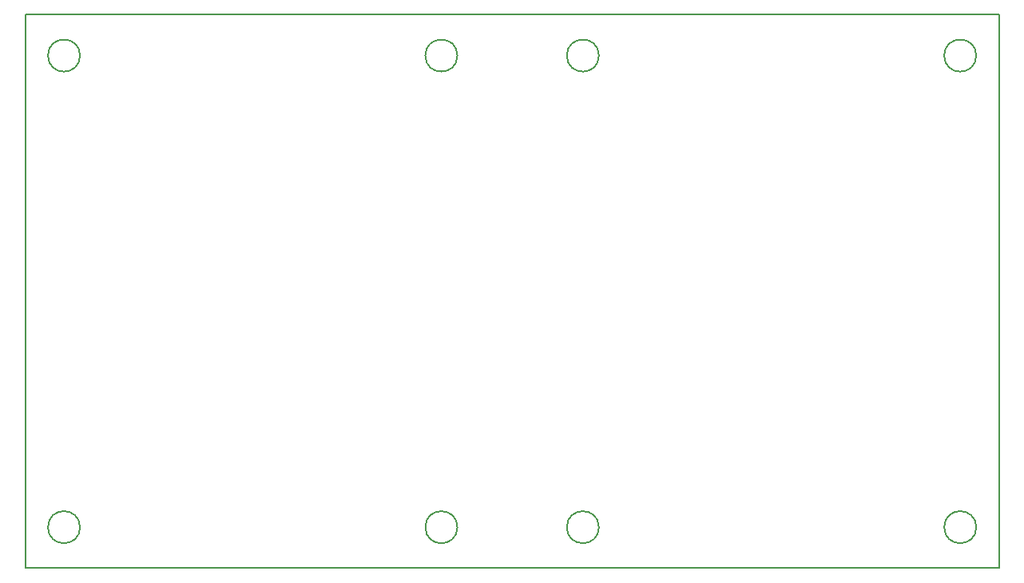
<source format=gbr>
%TF.GenerationSoftware,KiCad,Pcbnew,7.0.7*%
%TF.CreationDate,2023-09-27T10:11:38+07:00*%
%TF.ProjectId,power_module,706f7765-725f-46d6-9f64-756c652e6b69,rev?*%
%TF.SameCoordinates,Original*%
%TF.FileFunction,Profile,NP*%
%FSLAX46Y46*%
G04 Gerber Fmt 4.6, Leading zero omitted, Abs format (unit mm)*
G04 Created by KiCad (PCBNEW 7.0.7) date 2023-09-27 10:11:38*
%MOMM*%
%LPD*%
G01*
G04 APERTURE LIST*
%TA.AperFunction,Profile*%
%ADD10C,0.200000*%
%TD*%
G04 APERTURE END LIST*
D10*
X148912312Y-99326742D02*
X45720000Y-99326742D01*
X45720000Y-40640000D02*
X45720000Y-99326742D01*
X148912312Y-40640000D02*
X45720000Y-40640000D01*
X148912312Y-99326742D02*
X148912312Y-40640000D01*
X51516156Y-94983371D02*
G75*
G03*
X51516156Y-94983371I-1700000J0D01*
G01*
X146516156Y-44983371D02*
G75*
G03*
X146516156Y-44983371I-1700000J0D01*
G01*
X146516156Y-94983371D02*
G75*
G03*
X146516156Y-94983371I-1700000J0D01*
G01*
X106516156Y-94983371D02*
G75*
G03*
X106516156Y-94983371I-1700000J0D01*
G01*
X51516156Y-44983371D02*
G75*
G03*
X51516156Y-44983371I-1700000J0D01*
G01*
X91516156Y-94983371D02*
G75*
G03*
X91516156Y-94983371I-1700000J0D01*
G01*
X91516156Y-44983371D02*
G75*
G03*
X91516156Y-44983371I-1700000J0D01*
G01*
X106516156Y-44983371D02*
G75*
G03*
X106516156Y-44983371I-1700000J0D01*
G01*
M02*

</source>
